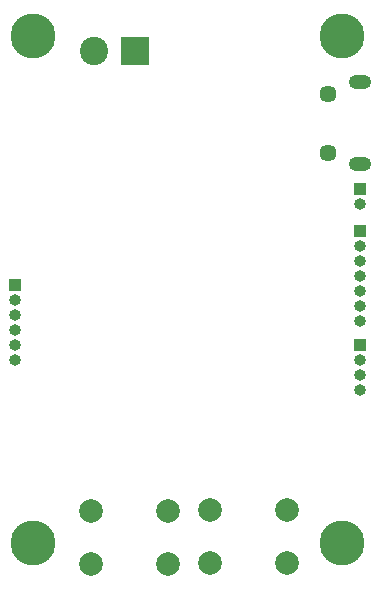
<source format=gbr>
%TF.GenerationSoftware,KiCad,Pcbnew,(5.1.8)-1*%
%TF.CreationDate,2021-05-13T19:04:10-07:00*%
%TF.ProjectId,Astromech3.0,41737472-6f6d-4656-9368-332e302e6b69,rev?*%
%TF.SameCoordinates,Original*%
%TF.FileFunction,Soldermask,Bot*%
%TF.FilePolarity,Negative*%
%FSLAX46Y46*%
G04 Gerber Fmt 4.6, Leading zero omitted, Abs format (unit mm)*
G04 Created by KiCad (PCBNEW (5.1.8)-1) date 2021-05-13 19:04:10*
%MOMM*%
%LPD*%
G01*
G04 APERTURE LIST*
%ADD10C,1.450000*%
%ADD11O,1.900000X1.200000*%
%ADD12C,3.800000*%
%ADD13O,1.000000X1.000000*%
%ADD14R,1.000000X1.000000*%
%ADD15C,2.000000*%
%ADD16R,2.400000X2.400000*%
%ADD17C,2.400000*%
G04 APERTURE END LIST*
D10*
%TO.C,J3*%
X178623500Y-67016000D03*
X178623500Y-62016000D03*
D11*
X181323500Y-68016000D03*
X181323500Y-61016000D03*
%TD*%
D12*
%TO.C,H4*%
X153670000Y-100076000D03*
%TD*%
D13*
%TO.C,J5*%
X181356000Y-81280000D03*
X181356000Y-80010000D03*
X181356000Y-78740000D03*
X181356000Y-77470000D03*
X181356000Y-76200000D03*
X181356000Y-74930000D03*
D14*
X181356000Y-73660000D03*
%TD*%
D13*
%TO.C,J6*%
X152146000Y-84582000D03*
X152146000Y-83312000D03*
X152146000Y-82042000D03*
X152146000Y-80772000D03*
X152146000Y-79502000D03*
D14*
X152146000Y-78232000D03*
%TD*%
D13*
%TO.C,J2*%
X181356000Y-71374000D03*
D14*
X181356000Y-70104000D03*
%TD*%
D12*
%TO.C,H3*%
X179832000Y-57150000D03*
%TD*%
%TO.C,H2*%
X153670000Y-57150000D03*
%TD*%
%TO.C,H1*%
X179832000Y-100076000D03*
%TD*%
D13*
%TO.C,J4*%
X181356000Y-87122000D03*
X181356000Y-85852000D03*
X181356000Y-84582000D03*
D14*
X181356000Y-83312000D03*
%TD*%
D15*
%TO.C,SW1*%
X158600000Y-101854000D03*
X158600000Y-97354000D03*
X165100000Y-101854000D03*
X165100000Y-97354000D03*
%TD*%
D16*
%TO.C,J1*%
X162306000Y-58420000D03*
D17*
X158806000Y-58420000D03*
%TD*%
D15*
%TO.C,SW2*%
X168656000Y-101782000D03*
X168656000Y-97282000D03*
X175156000Y-101782000D03*
X175156000Y-97282000D03*
%TD*%
M02*

</source>
